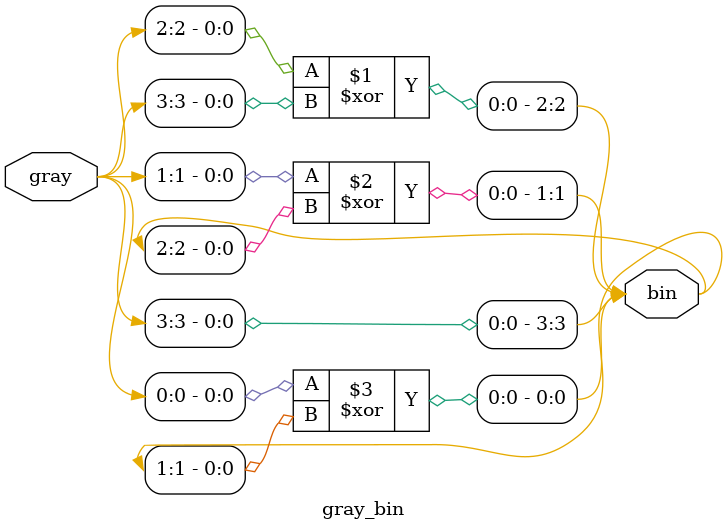
<source format=v>
module gray_bin(gray,bin);
input [3:0] gray;
output [3:0] bin;

assign bin[3] = gray[3];
assign bin[2] = gray[2]^bin[3];  
assign bin[1] = gray[1]^bin[2];  
assign bin[0] = gray[0]^bin[1];
endmodule
</source>
